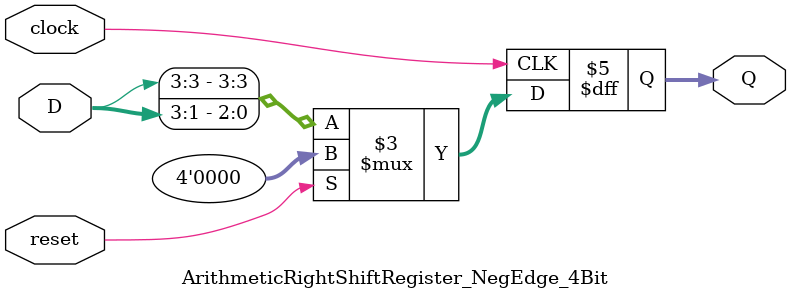
<source format=v>
module ArithmeticRightShiftRegister_NegEdge_4Bit (clock, reset, D, Q);
    input clock;
    input reset;
    input [3:0] D;
    output reg [3:0] Q;

    always @(negedge clock)
    begin
        if (reset)
            Q <= 4'b0000;
        else
            Q <= {D[3], D[3:1]};        
    end
endmodule

</source>
